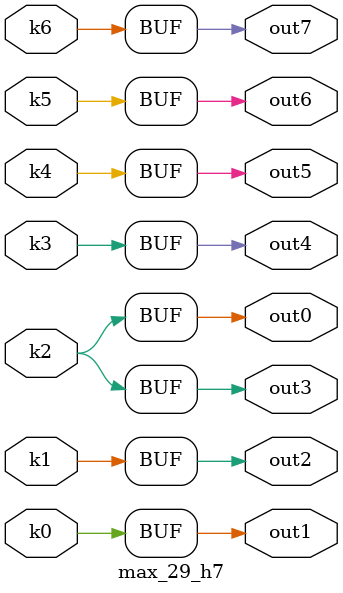
<source format=v>
module max_29(pi00, pi01, pi02, pi03, pi04, pi05, pi06, pi07, pi08, pi09, pi10, pi11, pi12, po0, po1, po2, po3, po4, po5, po6, po7);
input pi00, pi01, pi02, pi03, pi04, pi05, pi06, pi07, pi08, pi09, pi10, pi11, pi12;
output po0, po1, po2, po3, po4, po5, po6, po7;
wire k0, k1, k2, k3, k4, k5, k6;
max_29_w7 DUT1 (pi00, pi01, pi02, pi03, pi04, pi05, pi06, pi07, pi08, pi09, pi10, pi11, pi12, k0, k1, k2, k3, k4, k5, k6);
max_29_h7 DUT2 (k0, k1, k2, k3, k4, k5, k6, po0, po1, po2, po3, po4, po5, po6, po7);
endmodule

module max_29_w7(in12, in11, in10, in9, in8, in7, in6, in5, in4, in3, in2, in1, in0, k6, k5, k4, k3, k2, k1, k0);
input in12, in11, in10, in9, in8, in7, in6, in5, in4, in3, in2, in1, in0;
output k6, k5, k4, k3, k2, k1, k0;
assign k0 =   (~in9 & (~in4 | (in3 & ~in8))) | (~in4 & ~in3 & in8);
assign k1 =   (~in5 & ((in8 & (~in3 | (~in9 & in4))) | ~in10 | (~in3 & ~in9 & in4))) | (~in10 & ((~in8 & (in3 | (in9 & ~in4))) | (in3 & in9 & ~in4)));
assign k2 =   (~in11 & ((((in9 & (~in4 | (in10 & ~in5))) | (in10 & ~in4 & ~in5)) & (~in8 | in3)) | ~in6 | (~in8 & in3))) | (~in6 & ((in8 & ~in3) | ((in8 | ~in3) & ((~in9 & (in4 | (~in10 & in5))) | (~in10 & in4 & in5)))));
assign k3 =   (~in12 & (((~in8 | in3) & (((in9 | ~in4) & ((in11 & ~in6 & (in10 | ~in5)) | (in10 & ~in5))) | (in9 & ~in4))) | ~in7 | (~in8 & in3))) | (~in7 & ((in8 & ~in3) | ((in8 | ~in3) & ((~in9 & in4) | ((~in9 | in4) & ((~in10 & in5) | ((~in10 | in5) & ((in2 & (~in11 | in6)) | (~in11 & in6)))))))));
assign k4 =   in3 & in8;
assign k5 =   ((~in8 | in3) & (((in9 | ~in4) & (((in10 | ~in5) & ((~in2 & (in11 | ~in6) & (in12 | ~in7)) | (in11 & ~in6))) | (in10 & ~in5))) | (in9 & ~in4))) | (~in8 & in3);
assign k6 =   ~in7 & in12;
endmodule

module max_29_h7(k6, k5, k4, k3, k2, k1, k0, out7, out6, out5, out4, out3, out2, out1, out0);
input k6, k5, k4, k3, k2, k1, k0;
output out7, out6, out5, out4, out3, out2, out1, out0;
assign out0 = k2;
assign out1 = k0;
assign out2 = k1;
assign out3 = k2;
assign out4 = k3;
assign out5 = k4;
assign out6 = k5;
assign out7 = k6;
endmodule

</source>
